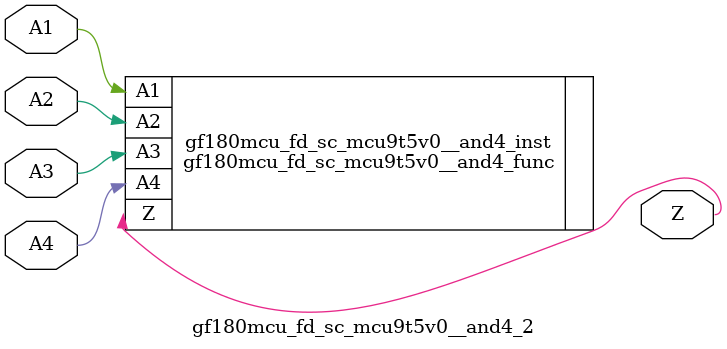
<source format=v>

`ifndef GF180MCU_FD_SC_MCU9T5V0__AND4_2_V
`define GF180MCU_FD_SC_MCU9T5V0__AND4_2_V

`include "gf180mcu_fd_sc_mcu9t5v0__and4.v"

`ifdef USE_POWER_PINS
module gf180mcu_fd_sc_mcu9t5v0__and4_2( A1, A2, A3, A4, Z, VDD, VSS );
inout VDD, VSS;
`else // If not USE_POWER_PINS
module gf180mcu_fd_sc_mcu9t5v0__and4_2( A1, A2, A3, A4, Z );
`endif // If not USE_POWER_PINS
input A1, A2, A3, A4;
output Z;

`ifdef USE_POWER_PINS
  gf180mcu_fd_sc_mcu9t5v0__and4_func gf180mcu_fd_sc_mcu9t5v0__and4_inst(.A1(A1),.A2(A2),.A3(A3),.A4(A4),.Z(Z),.VDD(VDD),.VSS(VSS));
`else // If not USE_POWER_PINS
  gf180mcu_fd_sc_mcu9t5v0__and4_func gf180mcu_fd_sc_mcu9t5v0__and4_inst(.A1(A1),.A2(A2),.A3(A3),.A4(A4),.Z(Z));
`endif // If not USE_POWER_PINS

`ifndef FUNCTIONAL
	// spec_gates_begin


	// spec_gates_end



   specify

	// specify_block_begin

	// comb arc A1 --> Z
	 (A1 => Z) = (1.0,1.0);

	// comb arc A2 --> Z
	 (A2 => Z) = (1.0,1.0);

	// comb arc A3 --> Z
	 (A3 => Z) = (1.0,1.0);

	// comb arc A4 --> Z
	 (A4 => Z) = (1.0,1.0);

	// specify_block_end

   endspecify

   `endif

endmodule
`endif // GF180MCU_FD_SC_MCU9T5V0__AND4_2_V

</source>
